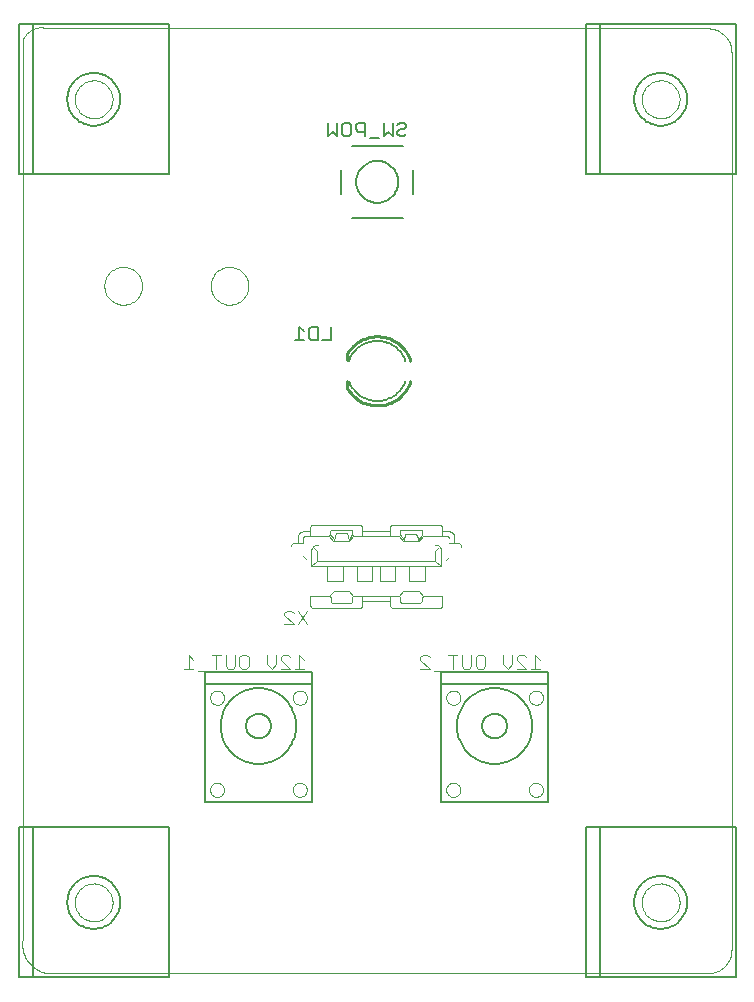
<source format=gbo>
G75*
G70*
%OFA0B0*%
%FSLAX24Y24*%
%IPPOS*%
%LPD*%
%AMOC8*
5,1,8,0,0,1.08239X$1,22.5*
%
%ADD10C,0.0000*%
%ADD11C,0.0040*%
%ADD12C,0.0050*%
%ADD13C,0.0100*%
%ADD14C,0.0060*%
%ADD15C,0.0080*%
D10*
X015719Y008027D02*
X015719Y037948D01*
X015736Y037993D01*
X015757Y038038D01*
X015781Y038080D01*
X015809Y038120D01*
X015839Y038159D01*
X015873Y038194D01*
X015909Y038227D01*
X015947Y038257D01*
X015988Y038284D01*
X016031Y038307D01*
X016075Y038327D01*
X016121Y038344D01*
X016168Y038357D01*
X016216Y038366D01*
X016265Y038371D01*
X016314Y038373D01*
X016363Y038371D01*
X016411Y038365D01*
X016459Y038355D01*
X016506Y038341D01*
X016506Y038342D02*
X038553Y038342D01*
X038553Y038341D02*
X038607Y038339D01*
X038660Y038334D01*
X038713Y038325D01*
X038765Y038312D01*
X038817Y038296D01*
X038867Y038276D01*
X038915Y038253D01*
X038962Y038226D01*
X039007Y038197D01*
X039050Y038164D01*
X039090Y038129D01*
X039128Y038091D01*
X039163Y038051D01*
X039196Y038008D01*
X039225Y037963D01*
X039252Y037916D01*
X039275Y037868D01*
X039295Y037818D01*
X039311Y037766D01*
X039324Y037714D01*
X039333Y037661D01*
X039338Y037608D01*
X039340Y037554D01*
X039341Y037554D02*
X039341Y007633D01*
X039340Y007633D02*
X039338Y007579D01*
X039333Y007526D01*
X039324Y007473D01*
X039311Y007421D01*
X039295Y007369D01*
X039275Y007319D01*
X039252Y007271D01*
X039225Y007224D01*
X039196Y007179D01*
X039163Y007136D01*
X039128Y007096D01*
X039090Y007058D01*
X039050Y007023D01*
X039007Y006990D01*
X038962Y006961D01*
X038915Y006934D01*
X038867Y006911D01*
X038817Y006891D01*
X038765Y006875D01*
X038713Y006862D01*
X038660Y006853D01*
X038607Y006848D01*
X038553Y006846D01*
X016506Y006846D01*
X016506Y006845D02*
X016447Y006859D01*
X016389Y006876D01*
X016332Y006897D01*
X016276Y006921D01*
X016222Y006949D01*
X016170Y006979D01*
X016119Y007013D01*
X016071Y007050D01*
X016025Y007089D01*
X015982Y007132D01*
X015941Y007176D01*
X015903Y007224D01*
X015868Y007273D01*
X015836Y007325D01*
X015807Y007378D01*
X015781Y007433D01*
X015759Y007489D01*
X015740Y007547D01*
X015724Y007606D01*
X015713Y007665D01*
X015704Y007725D01*
X015700Y007786D01*
X015699Y007846D01*
X015702Y007907D01*
X015708Y007967D01*
X015718Y008027D01*
X017451Y009208D02*
X017453Y009258D01*
X017459Y009308D01*
X017469Y009357D01*
X017483Y009405D01*
X017500Y009452D01*
X017521Y009497D01*
X017546Y009541D01*
X017574Y009582D01*
X017606Y009621D01*
X017640Y009658D01*
X017677Y009692D01*
X017717Y009722D01*
X017759Y009749D01*
X017803Y009773D01*
X017849Y009794D01*
X017896Y009810D01*
X017944Y009823D01*
X017994Y009832D01*
X018043Y009837D01*
X018094Y009838D01*
X018144Y009835D01*
X018193Y009828D01*
X018242Y009817D01*
X018290Y009802D01*
X018336Y009784D01*
X018381Y009762D01*
X018424Y009736D01*
X018465Y009707D01*
X018504Y009675D01*
X018540Y009640D01*
X018572Y009602D01*
X018602Y009562D01*
X018629Y009519D01*
X018652Y009475D01*
X018671Y009429D01*
X018687Y009381D01*
X018699Y009332D01*
X018707Y009283D01*
X018711Y009233D01*
X018711Y009183D01*
X018707Y009133D01*
X018699Y009084D01*
X018687Y009035D01*
X018671Y008987D01*
X018652Y008941D01*
X018629Y008897D01*
X018602Y008854D01*
X018572Y008814D01*
X018540Y008776D01*
X018504Y008741D01*
X018465Y008709D01*
X018424Y008680D01*
X018381Y008654D01*
X018336Y008632D01*
X018290Y008614D01*
X018242Y008599D01*
X018193Y008588D01*
X018144Y008581D01*
X018094Y008578D01*
X018043Y008579D01*
X017994Y008584D01*
X017944Y008593D01*
X017896Y008606D01*
X017849Y008622D01*
X017803Y008643D01*
X017759Y008667D01*
X017717Y008694D01*
X017677Y008724D01*
X017640Y008758D01*
X017606Y008795D01*
X017574Y008834D01*
X017546Y008875D01*
X017521Y008919D01*
X017500Y008964D01*
X017483Y009011D01*
X017469Y009059D01*
X017459Y009108D01*
X017453Y009158D01*
X017451Y009208D01*
X021957Y012960D02*
X021959Y012990D01*
X021965Y013020D01*
X021974Y013049D01*
X021987Y013076D01*
X022004Y013101D01*
X022023Y013124D01*
X022046Y013145D01*
X022071Y013162D01*
X022097Y013176D01*
X022126Y013186D01*
X022155Y013193D01*
X022185Y013196D01*
X022216Y013195D01*
X022246Y013190D01*
X022275Y013181D01*
X022302Y013169D01*
X022328Y013154D01*
X022352Y013135D01*
X022373Y013113D01*
X022391Y013089D01*
X022406Y013062D01*
X022417Y013034D01*
X022425Y013005D01*
X022429Y012975D01*
X022429Y012945D01*
X022425Y012915D01*
X022417Y012886D01*
X022406Y012858D01*
X022391Y012831D01*
X022373Y012807D01*
X022352Y012785D01*
X022328Y012766D01*
X022302Y012751D01*
X022275Y012739D01*
X022246Y012730D01*
X022216Y012725D01*
X022185Y012724D01*
X022155Y012727D01*
X022126Y012734D01*
X022097Y012744D01*
X022071Y012758D01*
X022046Y012775D01*
X022023Y012796D01*
X022004Y012819D01*
X021987Y012844D01*
X021974Y012871D01*
X021965Y012900D01*
X021959Y012930D01*
X021957Y012960D01*
X024713Y012960D02*
X024715Y012990D01*
X024721Y013020D01*
X024730Y013049D01*
X024743Y013076D01*
X024760Y013101D01*
X024779Y013124D01*
X024802Y013145D01*
X024827Y013162D01*
X024853Y013176D01*
X024882Y013186D01*
X024911Y013193D01*
X024941Y013196D01*
X024972Y013195D01*
X025002Y013190D01*
X025031Y013181D01*
X025058Y013169D01*
X025084Y013154D01*
X025108Y013135D01*
X025129Y013113D01*
X025147Y013089D01*
X025162Y013062D01*
X025173Y013034D01*
X025181Y013005D01*
X025185Y012975D01*
X025185Y012945D01*
X025181Y012915D01*
X025173Y012886D01*
X025162Y012858D01*
X025147Y012831D01*
X025129Y012807D01*
X025108Y012785D01*
X025084Y012766D01*
X025058Y012751D01*
X025031Y012739D01*
X025002Y012730D01*
X024972Y012725D01*
X024941Y012724D01*
X024911Y012727D01*
X024882Y012734D01*
X024853Y012744D01*
X024827Y012758D01*
X024802Y012775D01*
X024779Y012796D01*
X024760Y012819D01*
X024743Y012844D01*
X024730Y012871D01*
X024721Y012900D01*
X024715Y012930D01*
X024713Y012960D01*
X024713Y016031D02*
X024715Y016061D01*
X024721Y016091D01*
X024730Y016120D01*
X024743Y016147D01*
X024760Y016172D01*
X024779Y016195D01*
X024802Y016216D01*
X024827Y016233D01*
X024853Y016247D01*
X024882Y016257D01*
X024911Y016264D01*
X024941Y016267D01*
X024972Y016266D01*
X025002Y016261D01*
X025031Y016252D01*
X025058Y016240D01*
X025084Y016225D01*
X025108Y016206D01*
X025129Y016184D01*
X025147Y016160D01*
X025162Y016133D01*
X025173Y016105D01*
X025181Y016076D01*
X025185Y016046D01*
X025185Y016016D01*
X025181Y015986D01*
X025173Y015957D01*
X025162Y015929D01*
X025147Y015902D01*
X025129Y015878D01*
X025108Y015856D01*
X025084Y015837D01*
X025058Y015822D01*
X025031Y015810D01*
X025002Y015801D01*
X024972Y015796D01*
X024941Y015795D01*
X024911Y015798D01*
X024882Y015805D01*
X024853Y015815D01*
X024827Y015829D01*
X024802Y015846D01*
X024779Y015867D01*
X024760Y015890D01*
X024743Y015915D01*
X024730Y015942D01*
X024721Y015971D01*
X024715Y016001D01*
X024713Y016031D01*
X021957Y016031D02*
X021959Y016061D01*
X021965Y016091D01*
X021974Y016120D01*
X021987Y016147D01*
X022004Y016172D01*
X022023Y016195D01*
X022046Y016216D01*
X022071Y016233D01*
X022097Y016247D01*
X022126Y016257D01*
X022155Y016264D01*
X022185Y016267D01*
X022216Y016266D01*
X022246Y016261D01*
X022275Y016252D01*
X022302Y016240D01*
X022328Y016225D01*
X022352Y016206D01*
X022373Y016184D01*
X022391Y016160D01*
X022406Y016133D01*
X022417Y016105D01*
X022425Y016076D01*
X022429Y016046D01*
X022429Y016016D01*
X022425Y015986D01*
X022417Y015957D01*
X022406Y015929D01*
X022391Y015902D01*
X022373Y015878D01*
X022352Y015856D01*
X022328Y015837D01*
X022302Y015822D01*
X022275Y015810D01*
X022246Y015801D01*
X022216Y015796D01*
X022185Y015795D01*
X022155Y015798D01*
X022126Y015805D01*
X022097Y015815D01*
X022071Y015829D01*
X022046Y015846D01*
X022023Y015867D01*
X022004Y015890D01*
X021987Y015915D01*
X021974Y015942D01*
X021965Y015971D01*
X021959Y016001D01*
X021957Y016031D01*
X029831Y016031D02*
X029833Y016061D01*
X029839Y016091D01*
X029848Y016120D01*
X029861Y016147D01*
X029878Y016172D01*
X029897Y016195D01*
X029920Y016216D01*
X029945Y016233D01*
X029971Y016247D01*
X030000Y016257D01*
X030029Y016264D01*
X030059Y016267D01*
X030090Y016266D01*
X030120Y016261D01*
X030149Y016252D01*
X030176Y016240D01*
X030202Y016225D01*
X030226Y016206D01*
X030247Y016184D01*
X030265Y016160D01*
X030280Y016133D01*
X030291Y016105D01*
X030299Y016076D01*
X030303Y016046D01*
X030303Y016016D01*
X030299Y015986D01*
X030291Y015957D01*
X030280Y015929D01*
X030265Y015902D01*
X030247Y015878D01*
X030226Y015856D01*
X030202Y015837D01*
X030176Y015822D01*
X030149Y015810D01*
X030120Y015801D01*
X030090Y015796D01*
X030059Y015795D01*
X030029Y015798D01*
X030000Y015805D01*
X029971Y015815D01*
X029945Y015829D01*
X029920Y015846D01*
X029897Y015867D01*
X029878Y015890D01*
X029861Y015915D01*
X029848Y015942D01*
X029839Y015971D01*
X029833Y016001D01*
X029831Y016031D01*
X032587Y016031D02*
X032589Y016061D01*
X032595Y016091D01*
X032604Y016120D01*
X032617Y016147D01*
X032634Y016172D01*
X032653Y016195D01*
X032676Y016216D01*
X032701Y016233D01*
X032727Y016247D01*
X032756Y016257D01*
X032785Y016264D01*
X032815Y016267D01*
X032846Y016266D01*
X032876Y016261D01*
X032905Y016252D01*
X032932Y016240D01*
X032958Y016225D01*
X032982Y016206D01*
X033003Y016184D01*
X033021Y016160D01*
X033036Y016133D01*
X033047Y016105D01*
X033055Y016076D01*
X033059Y016046D01*
X033059Y016016D01*
X033055Y015986D01*
X033047Y015957D01*
X033036Y015929D01*
X033021Y015902D01*
X033003Y015878D01*
X032982Y015856D01*
X032958Y015837D01*
X032932Y015822D01*
X032905Y015810D01*
X032876Y015801D01*
X032846Y015796D01*
X032815Y015795D01*
X032785Y015798D01*
X032756Y015805D01*
X032727Y015815D01*
X032701Y015829D01*
X032676Y015846D01*
X032653Y015867D01*
X032634Y015890D01*
X032617Y015915D01*
X032604Y015942D01*
X032595Y015971D01*
X032589Y016001D01*
X032587Y016031D01*
X032587Y012960D02*
X032589Y012990D01*
X032595Y013020D01*
X032604Y013049D01*
X032617Y013076D01*
X032634Y013101D01*
X032653Y013124D01*
X032676Y013145D01*
X032701Y013162D01*
X032727Y013176D01*
X032756Y013186D01*
X032785Y013193D01*
X032815Y013196D01*
X032846Y013195D01*
X032876Y013190D01*
X032905Y013181D01*
X032932Y013169D01*
X032958Y013154D01*
X032982Y013135D01*
X033003Y013113D01*
X033021Y013089D01*
X033036Y013062D01*
X033047Y013034D01*
X033055Y013005D01*
X033059Y012975D01*
X033059Y012945D01*
X033055Y012915D01*
X033047Y012886D01*
X033036Y012858D01*
X033021Y012831D01*
X033003Y012807D01*
X032982Y012785D01*
X032958Y012766D01*
X032932Y012751D01*
X032905Y012739D01*
X032876Y012730D01*
X032846Y012725D01*
X032815Y012724D01*
X032785Y012727D01*
X032756Y012734D01*
X032727Y012744D01*
X032701Y012758D01*
X032676Y012775D01*
X032653Y012796D01*
X032634Y012819D01*
X032617Y012844D01*
X032604Y012871D01*
X032595Y012900D01*
X032589Y012930D01*
X032587Y012960D01*
X029831Y012960D02*
X029833Y012990D01*
X029839Y013020D01*
X029848Y013049D01*
X029861Y013076D01*
X029878Y013101D01*
X029897Y013124D01*
X029920Y013145D01*
X029945Y013162D01*
X029971Y013176D01*
X030000Y013186D01*
X030029Y013193D01*
X030059Y013196D01*
X030090Y013195D01*
X030120Y013190D01*
X030149Y013181D01*
X030176Y013169D01*
X030202Y013154D01*
X030226Y013135D01*
X030247Y013113D01*
X030265Y013089D01*
X030280Y013062D01*
X030291Y013034D01*
X030299Y013005D01*
X030303Y012975D01*
X030303Y012945D01*
X030299Y012915D01*
X030291Y012886D01*
X030280Y012858D01*
X030265Y012831D01*
X030247Y012807D01*
X030226Y012785D01*
X030202Y012766D01*
X030176Y012751D01*
X030149Y012739D01*
X030120Y012730D01*
X030090Y012725D01*
X030059Y012724D01*
X030029Y012727D01*
X030000Y012734D01*
X029971Y012744D01*
X029945Y012758D01*
X029920Y012775D01*
X029897Y012796D01*
X029878Y012819D01*
X029861Y012844D01*
X029848Y012871D01*
X029839Y012900D01*
X029833Y012930D01*
X029831Y012960D01*
X036349Y009208D02*
X036351Y009258D01*
X036357Y009308D01*
X036367Y009357D01*
X036381Y009405D01*
X036398Y009452D01*
X036419Y009497D01*
X036444Y009541D01*
X036472Y009582D01*
X036504Y009621D01*
X036538Y009658D01*
X036575Y009692D01*
X036615Y009722D01*
X036657Y009749D01*
X036701Y009773D01*
X036747Y009794D01*
X036794Y009810D01*
X036842Y009823D01*
X036892Y009832D01*
X036941Y009837D01*
X036992Y009838D01*
X037042Y009835D01*
X037091Y009828D01*
X037140Y009817D01*
X037188Y009802D01*
X037234Y009784D01*
X037279Y009762D01*
X037322Y009736D01*
X037363Y009707D01*
X037402Y009675D01*
X037438Y009640D01*
X037470Y009602D01*
X037500Y009562D01*
X037527Y009519D01*
X037550Y009475D01*
X037569Y009429D01*
X037585Y009381D01*
X037597Y009332D01*
X037605Y009283D01*
X037609Y009233D01*
X037609Y009183D01*
X037605Y009133D01*
X037597Y009084D01*
X037585Y009035D01*
X037569Y008987D01*
X037550Y008941D01*
X037527Y008897D01*
X037500Y008854D01*
X037470Y008814D01*
X037438Y008776D01*
X037402Y008741D01*
X037363Y008709D01*
X037322Y008680D01*
X037279Y008654D01*
X037234Y008632D01*
X037188Y008614D01*
X037140Y008599D01*
X037091Y008588D01*
X037042Y008581D01*
X036992Y008578D01*
X036941Y008579D01*
X036892Y008584D01*
X036842Y008593D01*
X036794Y008606D01*
X036747Y008622D01*
X036701Y008643D01*
X036657Y008667D01*
X036615Y008694D01*
X036575Y008724D01*
X036538Y008758D01*
X036504Y008795D01*
X036472Y008834D01*
X036444Y008875D01*
X036419Y008919D01*
X036398Y008964D01*
X036381Y009011D01*
X036367Y009059D01*
X036357Y009108D01*
X036351Y009158D01*
X036349Y009208D01*
X021979Y029759D02*
X021981Y029809D01*
X021987Y029859D01*
X021997Y029908D01*
X022011Y029956D01*
X022028Y030003D01*
X022049Y030048D01*
X022074Y030092D01*
X022102Y030133D01*
X022134Y030172D01*
X022168Y030209D01*
X022205Y030243D01*
X022245Y030273D01*
X022287Y030300D01*
X022331Y030324D01*
X022377Y030345D01*
X022424Y030361D01*
X022472Y030374D01*
X022522Y030383D01*
X022571Y030388D01*
X022622Y030389D01*
X022672Y030386D01*
X022721Y030379D01*
X022770Y030368D01*
X022818Y030353D01*
X022864Y030335D01*
X022909Y030313D01*
X022952Y030287D01*
X022993Y030258D01*
X023032Y030226D01*
X023068Y030191D01*
X023100Y030153D01*
X023130Y030113D01*
X023157Y030070D01*
X023180Y030026D01*
X023199Y029980D01*
X023215Y029932D01*
X023227Y029883D01*
X023235Y029834D01*
X023239Y029784D01*
X023239Y029734D01*
X023235Y029684D01*
X023227Y029635D01*
X023215Y029586D01*
X023199Y029538D01*
X023180Y029492D01*
X023157Y029448D01*
X023130Y029405D01*
X023100Y029365D01*
X023068Y029327D01*
X023032Y029292D01*
X022993Y029260D01*
X022952Y029231D01*
X022909Y029205D01*
X022864Y029183D01*
X022818Y029165D01*
X022770Y029150D01*
X022721Y029139D01*
X022672Y029132D01*
X022622Y029129D01*
X022571Y029130D01*
X022522Y029135D01*
X022472Y029144D01*
X022424Y029157D01*
X022377Y029173D01*
X022331Y029194D01*
X022287Y029218D01*
X022245Y029245D01*
X022205Y029275D01*
X022168Y029309D01*
X022134Y029346D01*
X022102Y029385D01*
X022074Y029426D01*
X022049Y029470D01*
X022028Y029515D01*
X022011Y029562D01*
X021997Y029610D01*
X021987Y029659D01*
X021981Y029709D01*
X021979Y029759D01*
X018435Y029759D02*
X018437Y029809D01*
X018443Y029859D01*
X018453Y029908D01*
X018467Y029956D01*
X018484Y030003D01*
X018505Y030048D01*
X018530Y030092D01*
X018558Y030133D01*
X018590Y030172D01*
X018624Y030209D01*
X018661Y030243D01*
X018701Y030273D01*
X018743Y030300D01*
X018787Y030324D01*
X018833Y030345D01*
X018880Y030361D01*
X018928Y030374D01*
X018978Y030383D01*
X019027Y030388D01*
X019078Y030389D01*
X019128Y030386D01*
X019177Y030379D01*
X019226Y030368D01*
X019274Y030353D01*
X019320Y030335D01*
X019365Y030313D01*
X019408Y030287D01*
X019449Y030258D01*
X019488Y030226D01*
X019524Y030191D01*
X019556Y030153D01*
X019586Y030113D01*
X019613Y030070D01*
X019636Y030026D01*
X019655Y029980D01*
X019671Y029932D01*
X019683Y029883D01*
X019691Y029834D01*
X019695Y029784D01*
X019695Y029734D01*
X019691Y029684D01*
X019683Y029635D01*
X019671Y029586D01*
X019655Y029538D01*
X019636Y029492D01*
X019613Y029448D01*
X019586Y029405D01*
X019556Y029365D01*
X019524Y029327D01*
X019488Y029292D01*
X019449Y029260D01*
X019408Y029231D01*
X019365Y029205D01*
X019320Y029183D01*
X019274Y029165D01*
X019226Y029150D01*
X019177Y029139D01*
X019128Y029132D01*
X019078Y029129D01*
X019027Y029130D01*
X018978Y029135D01*
X018928Y029144D01*
X018880Y029157D01*
X018833Y029173D01*
X018787Y029194D01*
X018743Y029218D01*
X018701Y029245D01*
X018661Y029275D01*
X018624Y029309D01*
X018590Y029346D01*
X018558Y029385D01*
X018530Y029426D01*
X018505Y029470D01*
X018484Y029515D01*
X018467Y029562D01*
X018453Y029610D01*
X018443Y029659D01*
X018437Y029709D01*
X018435Y029759D01*
X017451Y035979D02*
X017453Y036029D01*
X017459Y036079D01*
X017469Y036128D01*
X017483Y036176D01*
X017500Y036223D01*
X017521Y036268D01*
X017546Y036312D01*
X017574Y036353D01*
X017606Y036392D01*
X017640Y036429D01*
X017677Y036463D01*
X017717Y036493D01*
X017759Y036520D01*
X017803Y036544D01*
X017849Y036565D01*
X017896Y036581D01*
X017944Y036594D01*
X017994Y036603D01*
X018043Y036608D01*
X018094Y036609D01*
X018144Y036606D01*
X018193Y036599D01*
X018242Y036588D01*
X018290Y036573D01*
X018336Y036555D01*
X018381Y036533D01*
X018424Y036507D01*
X018465Y036478D01*
X018504Y036446D01*
X018540Y036411D01*
X018572Y036373D01*
X018602Y036333D01*
X018629Y036290D01*
X018652Y036246D01*
X018671Y036200D01*
X018687Y036152D01*
X018699Y036103D01*
X018707Y036054D01*
X018711Y036004D01*
X018711Y035954D01*
X018707Y035904D01*
X018699Y035855D01*
X018687Y035806D01*
X018671Y035758D01*
X018652Y035712D01*
X018629Y035668D01*
X018602Y035625D01*
X018572Y035585D01*
X018540Y035547D01*
X018504Y035512D01*
X018465Y035480D01*
X018424Y035451D01*
X018381Y035425D01*
X018336Y035403D01*
X018290Y035385D01*
X018242Y035370D01*
X018193Y035359D01*
X018144Y035352D01*
X018094Y035349D01*
X018043Y035350D01*
X017994Y035355D01*
X017944Y035364D01*
X017896Y035377D01*
X017849Y035393D01*
X017803Y035414D01*
X017759Y035438D01*
X017717Y035465D01*
X017677Y035495D01*
X017640Y035529D01*
X017606Y035566D01*
X017574Y035605D01*
X017546Y035646D01*
X017521Y035690D01*
X017500Y035735D01*
X017483Y035782D01*
X017469Y035830D01*
X017459Y035879D01*
X017453Y035929D01*
X017451Y035979D01*
X036349Y035979D02*
X036351Y036029D01*
X036357Y036079D01*
X036367Y036128D01*
X036381Y036176D01*
X036398Y036223D01*
X036419Y036268D01*
X036444Y036312D01*
X036472Y036353D01*
X036504Y036392D01*
X036538Y036429D01*
X036575Y036463D01*
X036615Y036493D01*
X036657Y036520D01*
X036701Y036544D01*
X036747Y036565D01*
X036794Y036581D01*
X036842Y036594D01*
X036892Y036603D01*
X036941Y036608D01*
X036992Y036609D01*
X037042Y036606D01*
X037091Y036599D01*
X037140Y036588D01*
X037188Y036573D01*
X037234Y036555D01*
X037279Y036533D01*
X037322Y036507D01*
X037363Y036478D01*
X037402Y036446D01*
X037438Y036411D01*
X037470Y036373D01*
X037500Y036333D01*
X037527Y036290D01*
X037550Y036246D01*
X037569Y036200D01*
X037585Y036152D01*
X037597Y036103D01*
X037605Y036054D01*
X037609Y036004D01*
X037609Y035954D01*
X037605Y035904D01*
X037597Y035855D01*
X037585Y035806D01*
X037569Y035758D01*
X037550Y035712D01*
X037527Y035668D01*
X037500Y035625D01*
X037470Y035585D01*
X037438Y035547D01*
X037402Y035512D01*
X037363Y035480D01*
X037322Y035451D01*
X037279Y035425D01*
X037234Y035403D01*
X037188Y035385D01*
X037140Y035370D01*
X037091Y035359D01*
X037042Y035352D01*
X036992Y035349D01*
X036941Y035350D01*
X036892Y035355D01*
X036842Y035364D01*
X036794Y035377D01*
X036747Y035393D01*
X036701Y035414D01*
X036657Y035438D01*
X036615Y035465D01*
X036575Y035495D01*
X036538Y035529D01*
X036504Y035566D01*
X036472Y035605D01*
X036444Y035646D01*
X036419Y035690D01*
X036398Y035735D01*
X036381Y035782D01*
X036367Y035830D01*
X036357Y035879D01*
X036351Y035929D01*
X036349Y035979D01*
D11*
X029598Y021803D02*
X028039Y021803D01*
X028024Y021802D01*
X028010Y021797D01*
X027997Y021790D01*
X027985Y021781D01*
X027976Y021769D01*
X027969Y021756D01*
X027964Y021742D01*
X027963Y021727D01*
X027963Y021575D01*
X027035Y021575D01*
X027027Y021702D02*
X027027Y021415D01*
X028258Y021415D01*
X028291Y021449D01*
X028291Y021626D01*
X029008Y021626D01*
X029008Y021466D01*
X028907Y021280D01*
X028915Y021272D02*
X028831Y021499D01*
X028460Y021499D01*
X028410Y021272D01*
X028300Y021474D01*
X028258Y021415D02*
X028393Y021255D01*
X028924Y021255D01*
X029059Y021415D01*
X029683Y021415D01*
X029683Y021575D01*
X029919Y021575D01*
X029860Y021415D02*
X029683Y021415D01*
X029683Y021575D02*
X029683Y021719D01*
X029682Y021719D02*
X029680Y021735D01*
X029676Y021751D01*
X029668Y021766D01*
X029657Y021778D01*
X029645Y021789D01*
X029630Y021797D01*
X029614Y021801D01*
X029598Y021803D01*
X029919Y021575D02*
X029944Y021573D01*
X029969Y021568D01*
X029993Y021559D01*
X030015Y021547D01*
X030035Y021532D01*
X030053Y021514D01*
X030068Y021494D01*
X030080Y021472D01*
X030089Y021448D01*
X030094Y021423D01*
X030096Y021398D01*
X030096Y021187D01*
X030222Y021179D02*
X029936Y021179D01*
X029927Y021348D02*
X029925Y021363D01*
X029920Y021377D01*
X029912Y021390D01*
X029902Y021400D01*
X029889Y021408D01*
X029875Y021413D01*
X029860Y021415D01*
X029598Y021052D02*
X029464Y020934D01*
X029464Y020572D01*
X029649Y020420D01*
X029658Y020420D01*
X029658Y020926D01*
X029656Y020954D01*
X029651Y020981D01*
X029642Y021007D01*
X029630Y021032D01*
X029614Y021054D01*
X029596Y021075D01*
X029575Y021093D01*
X029553Y021109D01*
X029528Y021121D01*
X029502Y021130D01*
X029475Y021135D01*
X029447Y021137D01*
X029059Y021415D02*
X029008Y021466D01*
X029464Y020572D02*
X025526Y020572D01*
X025517Y020934D01*
X025391Y021044D01*
X025315Y020884D02*
X025315Y020420D01*
X025526Y020572D01*
X025315Y020420D02*
X029649Y020420D01*
X029818Y020622D02*
X029919Y020732D01*
X030332Y021069D02*
X030330Y021088D01*
X030325Y021107D01*
X030317Y021124D01*
X030306Y021140D01*
X030293Y021153D01*
X030277Y021164D01*
X030260Y021172D01*
X030241Y021177D01*
X030222Y021179D01*
X029118Y020412D02*
X029118Y019906D01*
X028603Y019906D01*
X028603Y020412D01*
X028140Y020412D02*
X028140Y019906D01*
X027625Y019906D01*
X027625Y020403D01*
X027355Y020395D02*
X027355Y019906D01*
X026841Y019906D01*
X026841Y020412D01*
X026833Y020412D01*
X026386Y020403D02*
X026386Y019906D01*
X025863Y019906D01*
X025863Y020403D01*
X025315Y020884D02*
X025317Y020914D01*
X025322Y020945D01*
X025331Y020974D01*
X025344Y021002D01*
X025360Y021028D01*
X025379Y021052D01*
X025400Y021073D01*
X025424Y021092D01*
X025450Y021108D01*
X025478Y021121D01*
X025507Y021130D01*
X025538Y021135D01*
X025568Y021137D01*
X025306Y021415D02*
X025306Y021575D01*
X025070Y021575D01*
X025129Y021415D02*
X025930Y021415D01*
X025964Y021474D01*
X025964Y021575D01*
X025965Y021588D01*
X025970Y021601D01*
X025977Y021612D01*
X025986Y021621D01*
X025997Y021628D01*
X026010Y021633D01*
X026023Y021634D01*
X026664Y021634D01*
X026671Y021633D01*
X026676Y021629D01*
X026680Y021624D01*
X026681Y021617D01*
X026681Y021474D01*
X026580Y021297D01*
X026512Y021516D01*
X026150Y021516D01*
X026074Y021272D01*
X026065Y021263D02*
X026588Y021263D01*
X026723Y021415D01*
X026681Y021474D01*
X026723Y021415D02*
X027027Y021415D01*
X027026Y021702D02*
X027024Y021720D01*
X027020Y021737D01*
X027012Y021753D01*
X027002Y021767D01*
X026990Y021779D01*
X026976Y021789D01*
X026960Y021797D01*
X026943Y021801D01*
X026925Y021803D01*
X025374Y021803D01*
X025374Y021802D02*
X025359Y021800D01*
X025345Y021795D01*
X025332Y021787D01*
X025322Y021777D01*
X025314Y021764D01*
X025309Y021750D01*
X025307Y021735D01*
X025306Y021735D02*
X025306Y021575D01*
X025070Y021576D02*
X025044Y021574D01*
X025018Y021568D01*
X024993Y021559D01*
X024969Y021546D01*
X024948Y021531D01*
X024929Y021512D01*
X024914Y021491D01*
X024901Y021467D01*
X024892Y021442D01*
X024886Y021416D01*
X024884Y021390D01*
X024885Y021390D02*
X024885Y021187D01*
X024750Y021179D02*
X025045Y021179D01*
X025045Y021331D01*
X025047Y021347D01*
X025051Y021363D01*
X025059Y021378D01*
X025070Y021390D01*
X025082Y021401D01*
X025097Y021409D01*
X025113Y021413D01*
X025129Y021415D01*
X024750Y021179D02*
X024734Y021177D01*
X024718Y021173D01*
X024703Y021165D01*
X024691Y021154D01*
X024680Y021142D01*
X024672Y021127D01*
X024668Y021111D01*
X024666Y021095D01*
X025053Y020740D02*
X025163Y020639D01*
X025930Y021407D02*
X026065Y021263D01*
X026074Y021314D02*
X025973Y021491D01*
X025930Y021415D02*
X025930Y021415D01*
X026074Y019585D02*
X025939Y019417D01*
X025947Y019408D02*
X025981Y019366D01*
X025981Y019248D01*
X025983Y019235D01*
X025988Y019223D01*
X025996Y019212D01*
X026007Y019204D01*
X026019Y019199D01*
X026032Y019197D01*
X026639Y019197D01*
X026652Y019198D01*
X026665Y019203D01*
X026676Y019210D01*
X026685Y019219D01*
X026692Y019230D01*
X026697Y019243D01*
X026698Y019256D01*
X026698Y019383D01*
X026732Y019417D01*
X026588Y019585D01*
X026074Y019585D01*
X025947Y019408D02*
X025306Y019408D01*
X025306Y019417D02*
X025306Y019096D01*
X025307Y019096D02*
X025309Y019081D01*
X025314Y019067D01*
X025322Y019054D01*
X025332Y019044D01*
X025345Y019036D01*
X025359Y019031D01*
X025374Y019029D01*
X026959Y019029D01*
X026974Y019031D01*
X026988Y019036D01*
X027001Y019044D01*
X027011Y019054D01*
X027019Y019067D01*
X027024Y019081D01*
X027026Y019096D01*
X027027Y019096D02*
X027027Y019417D01*
X027963Y019417D01*
X028258Y019417D01*
X028291Y019383D01*
X028291Y019256D01*
X028292Y019243D01*
X028297Y019230D01*
X028304Y019219D01*
X028313Y019210D01*
X028324Y019203D01*
X028337Y019198D01*
X028350Y019197D01*
X028958Y019197D01*
X028971Y019199D01*
X028984Y019204D01*
X028994Y019212D01*
X029002Y019223D01*
X029007Y019235D01*
X029009Y019248D01*
X029008Y019248D02*
X029008Y019366D01*
X029042Y019408D01*
X029683Y019408D01*
X029683Y019096D01*
X029682Y019096D02*
X029680Y019081D01*
X029675Y019067D01*
X029667Y019054D01*
X029657Y019044D01*
X029644Y019036D01*
X029630Y019031D01*
X029615Y019029D01*
X028039Y019029D01*
X028024Y019030D01*
X028010Y019035D01*
X027997Y019042D01*
X027985Y019051D01*
X027976Y019063D01*
X027969Y019076D01*
X027964Y019090D01*
X027963Y019105D01*
X027963Y019256D01*
X027963Y019417D01*
X027963Y019256D02*
X027035Y019256D01*
X027027Y019417D02*
X026732Y019417D01*
X028258Y019417D02*
X028401Y019585D01*
X028915Y019585D01*
X029050Y019417D01*
X029047Y017456D02*
X029201Y017456D01*
X029277Y017379D01*
X029047Y017456D02*
X028971Y017379D01*
X028971Y017302D01*
X029277Y016995D01*
X028971Y016995D01*
X029431Y016919D02*
X029738Y016919D01*
X030045Y016995D02*
X030045Y017456D01*
X030198Y017456D02*
X029891Y017456D01*
X030352Y017456D02*
X030352Y017072D01*
X030428Y016995D01*
X030582Y016995D01*
X030659Y017072D01*
X030659Y017456D01*
X030812Y017379D02*
X030889Y017456D01*
X031042Y017456D01*
X031119Y017379D01*
X031119Y017072D01*
X031042Y016995D01*
X030889Y016995D01*
X030812Y017072D01*
X030812Y017379D01*
X031272Y016919D02*
X031579Y016919D01*
X031733Y017149D02*
X031733Y017456D01*
X032040Y017456D02*
X032040Y017149D01*
X031886Y016995D01*
X031733Y017149D01*
X032193Y017302D02*
X032193Y017379D01*
X032270Y017456D01*
X032423Y017456D01*
X032500Y017379D01*
X032193Y017302D02*
X032500Y016995D01*
X032193Y016995D01*
X032654Y016995D02*
X032961Y016995D01*
X032807Y016995D02*
X032807Y017456D01*
X032961Y017302D01*
X027963Y021415D02*
X027963Y021575D01*
X025206Y018936D02*
X024899Y018476D01*
X024746Y018476D02*
X024439Y018783D01*
X024439Y018860D01*
X024516Y018936D01*
X024669Y018936D01*
X024746Y018860D01*
X024899Y018936D02*
X025206Y018476D01*
X024746Y018476D02*
X024439Y018476D01*
X024396Y017456D02*
X024549Y017456D01*
X024626Y017379D01*
X024396Y017456D02*
X024319Y017379D01*
X024319Y017302D01*
X024626Y016995D01*
X024319Y016995D01*
X024166Y017149D02*
X024012Y016995D01*
X023859Y017149D01*
X023859Y017456D01*
X024166Y017456D02*
X024166Y017149D01*
X023705Y016919D02*
X023398Y016919D01*
X023245Y017072D02*
X023168Y016995D01*
X023015Y016995D01*
X022938Y017072D01*
X022938Y017379D01*
X023015Y017456D01*
X023168Y017456D01*
X023245Y017379D01*
X023245Y017072D01*
X022785Y017072D02*
X022785Y017456D01*
X022478Y017456D02*
X022478Y017072D01*
X022554Y016995D01*
X022708Y016995D01*
X022785Y017072D01*
X022324Y017456D02*
X022017Y017456D01*
X022171Y017456D02*
X022171Y016995D01*
X021864Y016919D02*
X021557Y016919D01*
X021403Y016995D02*
X021096Y016995D01*
X021250Y016995D02*
X021250Y017456D01*
X021403Y017302D01*
X024780Y016995D02*
X025087Y016995D01*
X024933Y016995D02*
X024933Y017456D01*
X025087Y017302D01*
D12*
X015581Y011708D02*
X015581Y006708D01*
X020581Y006708D01*
X020581Y011708D01*
X015581Y011708D01*
X016073Y011688D02*
X016073Y006727D01*
X017201Y009208D02*
X017203Y009267D01*
X017209Y009325D01*
X017219Y009383D01*
X017232Y009440D01*
X017250Y009497D01*
X017271Y009552D01*
X017296Y009605D01*
X017324Y009656D01*
X017355Y009706D01*
X017390Y009753D01*
X017428Y009798D01*
X017469Y009841D01*
X017513Y009880D01*
X017559Y009916D01*
X017607Y009950D01*
X017658Y009980D01*
X017711Y010006D01*
X017765Y010029D01*
X017820Y010048D01*
X017877Y010064D01*
X017935Y010076D01*
X017993Y010084D01*
X018052Y010088D01*
X018110Y010088D01*
X018169Y010084D01*
X018227Y010076D01*
X018285Y010064D01*
X018342Y010048D01*
X018397Y010029D01*
X018451Y010006D01*
X018504Y009980D01*
X018555Y009950D01*
X018603Y009916D01*
X018649Y009880D01*
X018693Y009841D01*
X018734Y009798D01*
X018772Y009753D01*
X018807Y009706D01*
X018838Y009656D01*
X018866Y009605D01*
X018891Y009552D01*
X018912Y009497D01*
X018930Y009440D01*
X018943Y009383D01*
X018953Y009325D01*
X018959Y009267D01*
X018961Y009208D01*
X018959Y009149D01*
X018953Y009091D01*
X018943Y009033D01*
X018930Y008976D01*
X018912Y008919D01*
X018891Y008864D01*
X018866Y008811D01*
X018838Y008760D01*
X018807Y008710D01*
X018772Y008663D01*
X018734Y008618D01*
X018693Y008575D01*
X018649Y008536D01*
X018603Y008500D01*
X018555Y008466D01*
X018504Y008436D01*
X018451Y008410D01*
X018397Y008387D01*
X018342Y008368D01*
X018285Y008352D01*
X018227Y008340D01*
X018169Y008332D01*
X018110Y008328D01*
X018052Y008328D01*
X017993Y008332D01*
X017935Y008340D01*
X017877Y008352D01*
X017820Y008368D01*
X017765Y008387D01*
X017711Y008410D01*
X017658Y008436D01*
X017607Y008466D01*
X017559Y008500D01*
X017513Y008536D01*
X017469Y008575D01*
X017428Y008618D01*
X017390Y008663D01*
X017355Y008710D01*
X017324Y008760D01*
X017296Y008811D01*
X017271Y008864D01*
X017250Y008919D01*
X017232Y008976D01*
X017219Y009033D01*
X017209Y009091D01*
X017203Y009149D01*
X017201Y009208D01*
X021799Y012566D02*
X021799Y016897D01*
X025343Y016897D01*
X025343Y012566D01*
X021799Y012566D01*
X023158Y015086D02*
X023160Y015126D01*
X023166Y015167D01*
X023176Y015206D01*
X023189Y015244D01*
X023207Y015281D01*
X023228Y015315D01*
X023252Y015348D01*
X023279Y015378D01*
X023309Y015405D01*
X023342Y015429D01*
X023376Y015450D01*
X023413Y015468D01*
X023451Y015481D01*
X023490Y015491D01*
X023531Y015497D01*
X023571Y015499D01*
X023611Y015497D01*
X023652Y015491D01*
X023691Y015481D01*
X023729Y015468D01*
X023766Y015450D01*
X023800Y015429D01*
X023833Y015405D01*
X023863Y015378D01*
X023890Y015348D01*
X023914Y015315D01*
X023935Y015281D01*
X023953Y015244D01*
X023966Y015206D01*
X023976Y015167D01*
X023982Y015126D01*
X023984Y015086D01*
X023982Y015046D01*
X023976Y015005D01*
X023966Y014966D01*
X023953Y014928D01*
X023935Y014891D01*
X023914Y014857D01*
X023890Y014824D01*
X023863Y014794D01*
X023833Y014767D01*
X023800Y014743D01*
X023766Y014722D01*
X023729Y014704D01*
X023691Y014691D01*
X023652Y014681D01*
X023611Y014675D01*
X023571Y014673D01*
X023531Y014675D01*
X023490Y014681D01*
X023451Y014691D01*
X023413Y014704D01*
X023376Y014722D01*
X023342Y014743D01*
X023309Y014767D01*
X023279Y014794D01*
X023252Y014824D01*
X023228Y014857D01*
X023207Y014891D01*
X023189Y014928D01*
X023176Y014966D01*
X023166Y015005D01*
X023160Y015046D01*
X023158Y015086D01*
X022311Y015086D02*
X022313Y015157D01*
X022319Y015227D01*
X022329Y015297D01*
X022343Y015366D01*
X022360Y015435D01*
X022382Y015502D01*
X022407Y015568D01*
X022436Y015633D01*
X022468Y015695D01*
X022504Y015756D01*
X022543Y015815D01*
X022586Y015872D01*
X022631Y015926D01*
X022680Y015977D01*
X022731Y016026D01*
X022785Y016071D01*
X022842Y016114D01*
X022901Y016153D01*
X022962Y016189D01*
X023024Y016221D01*
X023089Y016250D01*
X023155Y016275D01*
X023222Y016297D01*
X023291Y016314D01*
X023360Y016328D01*
X023430Y016338D01*
X023500Y016344D01*
X023571Y016346D01*
X023642Y016344D01*
X023712Y016338D01*
X023782Y016328D01*
X023851Y016314D01*
X023920Y016297D01*
X023987Y016275D01*
X024053Y016250D01*
X024118Y016221D01*
X024180Y016189D01*
X024241Y016153D01*
X024300Y016114D01*
X024357Y016071D01*
X024411Y016026D01*
X024462Y015977D01*
X024511Y015926D01*
X024556Y015872D01*
X024599Y015815D01*
X024638Y015756D01*
X024674Y015695D01*
X024706Y015633D01*
X024735Y015568D01*
X024760Y015502D01*
X024782Y015435D01*
X024799Y015366D01*
X024813Y015297D01*
X024823Y015227D01*
X024829Y015157D01*
X024831Y015086D01*
X024829Y015015D01*
X024823Y014945D01*
X024813Y014875D01*
X024799Y014806D01*
X024782Y014737D01*
X024760Y014670D01*
X024735Y014604D01*
X024706Y014539D01*
X024674Y014477D01*
X024638Y014416D01*
X024599Y014357D01*
X024556Y014300D01*
X024511Y014246D01*
X024462Y014195D01*
X024411Y014146D01*
X024357Y014101D01*
X024300Y014058D01*
X024241Y014019D01*
X024180Y013983D01*
X024118Y013951D01*
X024053Y013922D01*
X023987Y013897D01*
X023920Y013875D01*
X023851Y013858D01*
X023782Y013844D01*
X023712Y013834D01*
X023642Y013828D01*
X023571Y013826D01*
X023500Y013828D01*
X023430Y013834D01*
X023360Y013844D01*
X023291Y013858D01*
X023222Y013875D01*
X023155Y013897D01*
X023089Y013922D01*
X023024Y013951D01*
X022962Y013983D01*
X022901Y014019D01*
X022842Y014058D01*
X022785Y014101D01*
X022731Y014146D01*
X022680Y014195D01*
X022631Y014246D01*
X022586Y014300D01*
X022543Y014357D01*
X022504Y014416D01*
X022468Y014477D01*
X022436Y014539D01*
X022407Y014604D01*
X022382Y014670D01*
X022360Y014737D01*
X022343Y014806D01*
X022329Y014875D01*
X022319Y014945D01*
X022313Y015015D01*
X022311Y015086D01*
X021799Y016503D02*
X025343Y016503D01*
X029673Y016503D02*
X033217Y016503D01*
X033217Y016897D02*
X029673Y016897D01*
X029673Y012566D01*
X033217Y012566D01*
X033217Y016897D01*
X031032Y015086D02*
X031034Y015126D01*
X031040Y015167D01*
X031050Y015206D01*
X031063Y015244D01*
X031081Y015281D01*
X031102Y015315D01*
X031126Y015348D01*
X031153Y015378D01*
X031183Y015405D01*
X031216Y015429D01*
X031250Y015450D01*
X031287Y015468D01*
X031325Y015481D01*
X031364Y015491D01*
X031405Y015497D01*
X031445Y015499D01*
X031485Y015497D01*
X031526Y015491D01*
X031565Y015481D01*
X031603Y015468D01*
X031640Y015450D01*
X031674Y015429D01*
X031707Y015405D01*
X031737Y015378D01*
X031764Y015348D01*
X031788Y015315D01*
X031809Y015281D01*
X031827Y015244D01*
X031840Y015206D01*
X031850Y015167D01*
X031856Y015126D01*
X031858Y015086D01*
X031856Y015046D01*
X031850Y015005D01*
X031840Y014966D01*
X031827Y014928D01*
X031809Y014891D01*
X031788Y014857D01*
X031764Y014824D01*
X031737Y014794D01*
X031707Y014767D01*
X031674Y014743D01*
X031640Y014722D01*
X031603Y014704D01*
X031565Y014691D01*
X031526Y014681D01*
X031485Y014675D01*
X031445Y014673D01*
X031405Y014675D01*
X031364Y014681D01*
X031325Y014691D01*
X031287Y014704D01*
X031250Y014722D01*
X031216Y014743D01*
X031183Y014767D01*
X031153Y014794D01*
X031126Y014824D01*
X031102Y014857D01*
X031081Y014891D01*
X031063Y014928D01*
X031050Y014966D01*
X031040Y015005D01*
X031034Y015046D01*
X031032Y015086D01*
X030185Y015086D02*
X030187Y015157D01*
X030193Y015227D01*
X030203Y015297D01*
X030217Y015366D01*
X030234Y015435D01*
X030256Y015502D01*
X030281Y015568D01*
X030310Y015633D01*
X030342Y015695D01*
X030378Y015756D01*
X030417Y015815D01*
X030460Y015872D01*
X030505Y015926D01*
X030554Y015977D01*
X030605Y016026D01*
X030659Y016071D01*
X030716Y016114D01*
X030775Y016153D01*
X030836Y016189D01*
X030898Y016221D01*
X030963Y016250D01*
X031029Y016275D01*
X031096Y016297D01*
X031165Y016314D01*
X031234Y016328D01*
X031304Y016338D01*
X031374Y016344D01*
X031445Y016346D01*
X031516Y016344D01*
X031586Y016338D01*
X031656Y016328D01*
X031725Y016314D01*
X031794Y016297D01*
X031861Y016275D01*
X031927Y016250D01*
X031992Y016221D01*
X032054Y016189D01*
X032115Y016153D01*
X032174Y016114D01*
X032231Y016071D01*
X032285Y016026D01*
X032336Y015977D01*
X032385Y015926D01*
X032430Y015872D01*
X032473Y015815D01*
X032512Y015756D01*
X032548Y015695D01*
X032580Y015633D01*
X032609Y015568D01*
X032634Y015502D01*
X032656Y015435D01*
X032673Y015366D01*
X032687Y015297D01*
X032697Y015227D01*
X032703Y015157D01*
X032705Y015086D01*
X032703Y015015D01*
X032697Y014945D01*
X032687Y014875D01*
X032673Y014806D01*
X032656Y014737D01*
X032634Y014670D01*
X032609Y014604D01*
X032580Y014539D01*
X032548Y014477D01*
X032512Y014416D01*
X032473Y014357D01*
X032430Y014300D01*
X032385Y014246D01*
X032336Y014195D01*
X032285Y014146D01*
X032231Y014101D01*
X032174Y014058D01*
X032115Y014019D01*
X032054Y013983D01*
X031992Y013951D01*
X031927Y013922D01*
X031861Y013897D01*
X031794Y013875D01*
X031725Y013858D01*
X031656Y013844D01*
X031586Y013834D01*
X031516Y013828D01*
X031445Y013826D01*
X031374Y013828D01*
X031304Y013834D01*
X031234Y013844D01*
X031165Y013858D01*
X031096Y013875D01*
X031029Y013897D01*
X030963Y013922D01*
X030898Y013951D01*
X030836Y013983D01*
X030775Y014019D01*
X030716Y014058D01*
X030659Y014101D01*
X030605Y014146D01*
X030554Y014195D01*
X030505Y014246D01*
X030460Y014300D01*
X030417Y014357D01*
X030378Y014416D01*
X030342Y014477D01*
X030310Y014539D01*
X030281Y014604D01*
X030256Y014670D01*
X030234Y014737D01*
X030217Y014806D01*
X030203Y014875D01*
X030193Y014945D01*
X030187Y015015D01*
X030185Y015086D01*
X034479Y011708D02*
X039479Y011708D01*
X039479Y006708D01*
X034479Y006708D01*
X034479Y011708D01*
X034971Y011688D02*
X034971Y006727D01*
X036099Y009208D02*
X036101Y009267D01*
X036107Y009325D01*
X036117Y009383D01*
X036130Y009440D01*
X036148Y009497D01*
X036169Y009552D01*
X036194Y009605D01*
X036222Y009656D01*
X036253Y009706D01*
X036288Y009753D01*
X036326Y009798D01*
X036367Y009841D01*
X036411Y009880D01*
X036457Y009916D01*
X036505Y009950D01*
X036556Y009980D01*
X036609Y010006D01*
X036663Y010029D01*
X036718Y010048D01*
X036775Y010064D01*
X036833Y010076D01*
X036891Y010084D01*
X036950Y010088D01*
X037008Y010088D01*
X037067Y010084D01*
X037125Y010076D01*
X037183Y010064D01*
X037240Y010048D01*
X037295Y010029D01*
X037349Y010006D01*
X037402Y009980D01*
X037453Y009950D01*
X037501Y009916D01*
X037547Y009880D01*
X037591Y009841D01*
X037632Y009798D01*
X037670Y009753D01*
X037705Y009706D01*
X037736Y009656D01*
X037764Y009605D01*
X037789Y009552D01*
X037810Y009497D01*
X037828Y009440D01*
X037841Y009383D01*
X037851Y009325D01*
X037857Y009267D01*
X037859Y009208D01*
X037857Y009149D01*
X037851Y009091D01*
X037841Y009033D01*
X037828Y008976D01*
X037810Y008919D01*
X037789Y008864D01*
X037764Y008811D01*
X037736Y008760D01*
X037705Y008710D01*
X037670Y008663D01*
X037632Y008618D01*
X037591Y008575D01*
X037547Y008536D01*
X037501Y008500D01*
X037453Y008466D01*
X037402Y008436D01*
X037349Y008410D01*
X037295Y008387D01*
X037240Y008368D01*
X037183Y008352D01*
X037125Y008340D01*
X037067Y008332D01*
X037008Y008328D01*
X036950Y008328D01*
X036891Y008332D01*
X036833Y008340D01*
X036775Y008352D01*
X036718Y008368D01*
X036663Y008387D01*
X036609Y008410D01*
X036556Y008436D01*
X036505Y008466D01*
X036457Y008500D01*
X036411Y008536D01*
X036367Y008575D01*
X036326Y008618D01*
X036288Y008663D01*
X036253Y008710D01*
X036222Y008760D01*
X036194Y008811D01*
X036169Y008864D01*
X036148Y008919D01*
X036130Y008976D01*
X036117Y009033D01*
X036107Y009091D01*
X036101Y009149D01*
X036099Y009208D01*
X026005Y027949D02*
X025705Y027949D01*
X025544Y027949D02*
X025319Y027949D01*
X025244Y028024D01*
X025244Y028325D01*
X025319Y028400D01*
X025544Y028400D01*
X025544Y027949D01*
X025084Y027949D02*
X024784Y027949D01*
X024934Y027949D02*
X024934Y028400D01*
X025084Y028250D01*
X026005Y028400D02*
X026005Y027949D01*
X020581Y033479D02*
X015581Y033479D01*
X015581Y038479D01*
X020581Y038479D01*
X020581Y033479D01*
X017201Y035979D02*
X017203Y036038D01*
X017209Y036096D01*
X017219Y036154D01*
X017232Y036211D01*
X017250Y036268D01*
X017271Y036323D01*
X017296Y036376D01*
X017324Y036427D01*
X017355Y036477D01*
X017390Y036524D01*
X017428Y036569D01*
X017469Y036612D01*
X017513Y036651D01*
X017559Y036687D01*
X017607Y036721D01*
X017658Y036751D01*
X017711Y036777D01*
X017765Y036800D01*
X017820Y036819D01*
X017877Y036835D01*
X017935Y036847D01*
X017993Y036855D01*
X018052Y036859D01*
X018110Y036859D01*
X018169Y036855D01*
X018227Y036847D01*
X018285Y036835D01*
X018342Y036819D01*
X018397Y036800D01*
X018451Y036777D01*
X018504Y036751D01*
X018555Y036721D01*
X018603Y036687D01*
X018649Y036651D01*
X018693Y036612D01*
X018734Y036569D01*
X018772Y036524D01*
X018807Y036477D01*
X018838Y036427D01*
X018866Y036376D01*
X018891Y036323D01*
X018912Y036268D01*
X018930Y036211D01*
X018943Y036154D01*
X018953Y036096D01*
X018959Y036038D01*
X018961Y035979D01*
X018959Y035920D01*
X018953Y035862D01*
X018943Y035804D01*
X018930Y035747D01*
X018912Y035690D01*
X018891Y035635D01*
X018866Y035582D01*
X018838Y035531D01*
X018807Y035481D01*
X018772Y035434D01*
X018734Y035389D01*
X018693Y035346D01*
X018649Y035307D01*
X018603Y035271D01*
X018555Y035237D01*
X018504Y035207D01*
X018451Y035181D01*
X018397Y035158D01*
X018342Y035139D01*
X018285Y035123D01*
X018227Y035111D01*
X018169Y035103D01*
X018110Y035099D01*
X018052Y035099D01*
X017993Y035103D01*
X017935Y035111D01*
X017877Y035123D01*
X017820Y035139D01*
X017765Y035158D01*
X017711Y035181D01*
X017658Y035207D01*
X017607Y035237D01*
X017559Y035271D01*
X017513Y035307D01*
X017469Y035346D01*
X017428Y035389D01*
X017390Y035434D01*
X017355Y035481D01*
X017324Y035531D01*
X017296Y035582D01*
X017271Y035635D01*
X017250Y035690D01*
X017232Y035747D01*
X017219Y035804D01*
X017209Y035862D01*
X017203Y035920D01*
X017201Y035979D01*
X016073Y033499D02*
X016073Y038460D01*
X025903Y035199D02*
X025903Y034748D01*
X026053Y034899D01*
X026203Y034748D01*
X026203Y035199D01*
X026363Y035124D02*
X026363Y034824D01*
X026438Y034748D01*
X026588Y034748D01*
X026663Y034824D01*
X026663Y035124D01*
X026588Y035199D01*
X026438Y035199D01*
X026363Y035124D01*
X026823Y035124D02*
X026823Y034974D01*
X026898Y034899D01*
X027124Y034899D01*
X027124Y034748D02*
X027124Y035199D01*
X026898Y035199D01*
X026823Y035124D01*
X027284Y034673D02*
X027584Y034673D01*
X027744Y034748D02*
X027744Y035199D01*
X028044Y035199D02*
X028044Y034748D01*
X027894Y034899D01*
X027744Y034748D01*
X028205Y034824D02*
X028205Y034899D01*
X028280Y034974D01*
X028430Y034974D01*
X028505Y035049D01*
X028505Y035124D01*
X028430Y035199D01*
X028280Y035199D01*
X028205Y035124D01*
X028205Y034824D02*
X028280Y034748D01*
X028430Y034748D01*
X028505Y034824D01*
X034479Y033479D02*
X034479Y038479D01*
X039479Y038479D01*
X039479Y033479D01*
X034479Y033479D01*
X034971Y033499D02*
X034971Y038460D01*
X036099Y035979D02*
X036101Y036038D01*
X036107Y036096D01*
X036117Y036154D01*
X036130Y036211D01*
X036148Y036268D01*
X036169Y036323D01*
X036194Y036376D01*
X036222Y036427D01*
X036253Y036477D01*
X036288Y036524D01*
X036326Y036569D01*
X036367Y036612D01*
X036411Y036651D01*
X036457Y036687D01*
X036505Y036721D01*
X036556Y036751D01*
X036609Y036777D01*
X036663Y036800D01*
X036718Y036819D01*
X036775Y036835D01*
X036833Y036847D01*
X036891Y036855D01*
X036950Y036859D01*
X037008Y036859D01*
X037067Y036855D01*
X037125Y036847D01*
X037183Y036835D01*
X037240Y036819D01*
X037295Y036800D01*
X037349Y036777D01*
X037402Y036751D01*
X037453Y036721D01*
X037501Y036687D01*
X037547Y036651D01*
X037591Y036612D01*
X037632Y036569D01*
X037670Y036524D01*
X037705Y036477D01*
X037736Y036427D01*
X037764Y036376D01*
X037789Y036323D01*
X037810Y036268D01*
X037828Y036211D01*
X037841Y036154D01*
X037851Y036096D01*
X037857Y036038D01*
X037859Y035979D01*
X037857Y035920D01*
X037851Y035862D01*
X037841Y035804D01*
X037828Y035747D01*
X037810Y035690D01*
X037789Y035635D01*
X037764Y035582D01*
X037736Y035531D01*
X037705Y035481D01*
X037670Y035434D01*
X037632Y035389D01*
X037591Y035346D01*
X037547Y035307D01*
X037501Y035271D01*
X037453Y035237D01*
X037402Y035207D01*
X037349Y035181D01*
X037295Y035158D01*
X037240Y035139D01*
X037183Y035123D01*
X037125Y035111D01*
X037067Y035103D01*
X037008Y035099D01*
X036950Y035099D01*
X036891Y035103D01*
X036833Y035111D01*
X036775Y035123D01*
X036718Y035139D01*
X036663Y035158D01*
X036609Y035181D01*
X036556Y035207D01*
X036505Y035237D01*
X036457Y035271D01*
X036411Y035307D01*
X036367Y035346D01*
X036326Y035389D01*
X036288Y035434D01*
X036253Y035481D01*
X036222Y035531D01*
X036194Y035582D01*
X036169Y035635D01*
X036148Y035690D01*
X036130Y035747D01*
X036117Y035804D01*
X036107Y035862D01*
X036101Y035920D01*
X036099Y035979D01*
D13*
X028630Y027264D02*
X028608Y027327D01*
X028583Y027389D01*
X028554Y027449D01*
X028522Y027508D01*
X028486Y027565D01*
X028447Y027619D01*
X028406Y027671D01*
X028361Y027721D01*
X028313Y027768D01*
X028263Y027812D01*
X028210Y027853D01*
X028155Y027891D01*
X028098Y027925D01*
X028039Y027957D01*
X027978Y027984D01*
X027916Y028009D01*
X027852Y028029D01*
X027787Y028046D01*
X027722Y028059D01*
X027655Y028068D01*
X027589Y028074D01*
X027522Y028075D01*
X027455Y028073D01*
X027388Y028066D01*
X027322Y028056D01*
X027257Y028042D01*
X027193Y028024D01*
X027129Y028003D01*
X027067Y027978D01*
X027007Y027949D01*
X026948Y027917D01*
X026892Y027882D01*
X026837Y027843D01*
X026785Y027801D01*
X026735Y027756D01*
X026688Y027709D01*
X026644Y027659D01*
X026603Y027606D01*
X026565Y027551D01*
X026530Y027494D01*
X026530Y027274D01*
X026530Y026574D02*
X026530Y026354D01*
X026565Y026297D01*
X026603Y026242D01*
X026644Y026189D01*
X026688Y026139D01*
X026735Y026091D01*
X026785Y026047D01*
X026837Y026005D01*
X026892Y025966D01*
X026948Y025931D01*
X027007Y025899D01*
X027067Y025870D01*
X027129Y025845D01*
X027193Y025824D01*
X027257Y025806D01*
X027322Y025792D01*
X027389Y025782D01*
X027455Y025775D01*
X027522Y025773D01*
X027589Y025774D01*
X027655Y025780D01*
X027722Y025789D01*
X027787Y025802D01*
X027852Y025819D01*
X027915Y025839D01*
X027978Y025864D01*
X028039Y025891D01*
X028098Y025923D01*
X028155Y025957D01*
X028210Y025995D01*
X028263Y026036D01*
X028313Y026080D01*
X028361Y026127D01*
X028406Y026177D01*
X028447Y026229D01*
X028486Y026283D01*
X028522Y026340D01*
X028554Y026399D01*
X028583Y026459D01*
X028608Y026521D01*
X028630Y026584D01*
D14*
X028470Y026584D02*
X028447Y026526D01*
X028420Y026469D01*
X028390Y026414D01*
X028356Y026361D01*
X028319Y026310D01*
X028279Y026262D01*
X028236Y026216D01*
X028191Y026173D01*
X028142Y026133D01*
X028091Y026097D01*
X028038Y026063D01*
X027983Y026033D01*
X027927Y026006D01*
X027868Y025983D01*
X027809Y025964D01*
X027748Y025948D01*
X027686Y025936D01*
X027624Y025928D01*
X027561Y025924D01*
X027499Y025924D01*
X027436Y025928D01*
X027374Y025936D01*
X027312Y025948D01*
X027251Y025964D01*
X027192Y025983D01*
X027133Y026006D01*
X027077Y026033D01*
X027022Y026063D01*
X026969Y026097D01*
X026918Y026133D01*
X026869Y026173D01*
X026824Y026216D01*
X026781Y026262D01*
X026741Y026310D01*
X026704Y026361D01*
X026670Y026414D01*
X026640Y026469D01*
X026613Y026526D01*
X026590Y026584D01*
X026590Y027264D02*
X026613Y027322D01*
X026640Y027379D01*
X026670Y027434D01*
X026704Y027487D01*
X026741Y027538D01*
X026781Y027586D01*
X026824Y027632D01*
X026869Y027675D01*
X026918Y027715D01*
X026969Y027751D01*
X027022Y027785D01*
X027077Y027815D01*
X027133Y027842D01*
X027192Y027865D01*
X027251Y027884D01*
X027312Y027900D01*
X027374Y027912D01*
X027436Y027920D01*
X027499Y027924D01*
X027561Y027924D01*
X027624Y027920D01*
X027686Y027912D01*
X027748Y027900D01*
X027809Y027884D01*
X027868Y027865D01*
X027927Y027842D01*
X027983Y027815D01*
X028038Y027785D01*
X028091Y027751D01*
X028142Y027715D01*
X028191Y027675D01*
X028236Y027632D01*
X028279Y027586D01*
X028319Y027538D01*
X028356Y027487D01*
X028390Y027434D01*
X028420Y027379D01*
X028447Y027322D01*
X028470Y027264D01*
D15*
X028380Y032023D02*
X026680Y032023D01*
X026330Y032823D02*
X026330Y033616D01*
X026680Y034423D02*
X028380Y034423D01*
X028730Y033628D02*
X028730Y032823D01*
X026830Y033223D02*
X026832Y033275D01*
X026838Y033327D01*
X026848Y033379D01*
X026861Y033429D01*
X026878Y033479D01*
X026899Y033527D01*
X026924Y033573D01*
X026952Y033617D01*
X026983Y033659D01*
X027017Y033699D01*
X027054Y033736D01*
X027094Y033770D01*
X027136Y033801D01*
X027180Y033829D01*
X027226Y033854D01*
X027274Y033875D01*
X027324Y033892D01*
X027374Y033905D01*
X027426Y033915D01*
X027478Y033921D01*
X027530Y033923D01*
X027582Y033921D01*
X027634Y033915D01*
X027686Y033905D01*
X027736Y033892D01*
X027786Y033875D01*
X027834Y033854D01*
X027880Y033829D01*
X027924Y033801D01*
X027966Y033770D01*
X028006Y033736D01*
X028043Y033699D01*
X028077Y033659D01*
X028108Y033617D01*
X028136Y033573D01*
X028161Y033527D01*
X028182Y033479D01*
X028199Y033429D01*
X028212Y033379D01*
X028222Y033327D01*
X028228Y033275D01*
X028230Y033223D01*
X028228Y033171D01*
X028222Y033119D01*
X028212Y033067D01*
X028199Y033017D01*
X028182Y032967D01*
X028161Y032919D01*
X028136Y032873D01*
X028108Y032829D01*
X028077Y032787D01*
X028043Y032747D01*
X028006Y032710D01*
X027966Y032676D01*
X027924Y032645D01*
X027880Y032617D01*
X027834Y032592D01*
X027786Y032571D01*
X027736Y032554D01*
X027686Y032541D01*
X027634Y032531D01*
X027582Y032525D01*
X027530Y032523D01*
X027478Y032525D01*
X027426Y032531D01*
X027374Y032541D01*
X027324Y032554D01*
X027274Y032571D01*
X027226Y032592D01*
X027180Y032617D01*
X027136Y032645D01*
X027094Y032676D01*
X027054Y032710D01*
X027017Y032747D01*
X026983Y032787D01*
X026952Y032829D01*
X026924Y032873D01*
X026899Y032919D01*
X026878Y032967D01*
X026861Y033017D01*
X026848Y033067D01*
X026838Y033119D01*
X026832Y033171D01*
X026830Y033223D01*
M02*

</source>
